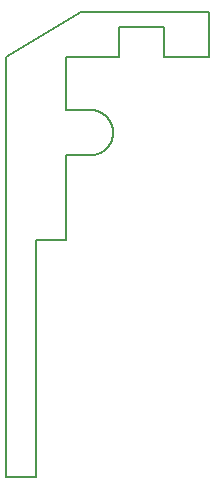
<source format=gbr>
G04 EAGLE Gerber RS-274X export*
G75*
%MOMM*%
%FSLAX34Y34*%
%LPD*%
%INSilkscreen Bottom*%
%IPPOS*%
%AMOC8*
5,1,8,0,0,1.08239X$1,22.5*%
G01*
%ADD10C,0.152400*%


D10*
X63500Y571500D02*
X63500Y215900D01*
X88900Y215900D01*
X88900Y416560D01*
X114300Y416560D01*
X114300Y488950D01*
X114300Y527050D02*
X114300Y571500D01*
X234950Y571500D02*
X234950Y609600D01*
X234950Y571500D02*
X196850Y571500D01*
X196850Y596900D01*
X158750Y596900D01*
X158750Y571500D01*
X114300Y571500D01*
X127000Y609600D02*
X234950Y609600D01*
X127000Y609600D02*
X63500Y571500D01*
X133350Y527050D02*
X133815Y527085D01*
X134281Y527109D01*
X134747Y527121D01*
X135213Y527122D01*
X135679Y527112D01*
X136145Y527090D01*
X136610Y527057D01*
X137074Y527012D01*
X137537Y526956D01*
X137999Y526889D01*
X138458Y526811D01*
X138916Y526721D01*
X139371Y526621D01*
X139824Y526509D01*
X140274Y526386D01*
X140721Y526253D01*
X141164Y526108D01*
X141604Y525953D01*
X142039Y525787D01*
X142471Y525610D01*
X142898Y525424D01*
X143320Y525226D01*
X143738Y525019D01*
X144150Y524801D01*
X144557Y524573D01*
X144958Y524336D01*
X145354Y524088D01*
X145743Y523832D01*
X146126Y523565D01*
X146502Y523290D01*
X146871Y523005D01*
X147234Y522712D01*
X147589Y522410D01*
X147936Y522099D01*
X148276Y521780D01*
X148608Y521452D01*
X148932Y521117D01*
X149248Y520774D01*
X149555Y520423D01*
X149854Y520065D01*
X150143Y519700D01*
X150424Y519327D01*
X150696Y518948D01*
X150958Y518563D01*
X151211Y518171D01*
X151454Y517773D01*
X151687Y517370D01*
X151911Y516960D01*
X152124Y516546D01*
X152328Y516126D01*
X152521Y515702D01*
X152703Y515273D01*
X152875Y514839D01*
X153037Y514402D01*
X153187Y513961D01*
X153327Y513516D01*
X153456Y513068D01*
X153574Y512617D01*
X153681Y512163D01*
X153777Y511707D01*
X153862Y511248D01*
X153936Y510788D01*
X153998Y510326D01*
X154049Y509862D01*
X154089Y509398D01*
X154117Y508932D01*
X154134Y508466D01*
X154140Y508000D01*
X154134Y507534D01*
X154117Y507068D01*
X154089Y506602D01*
X154049Y506138D01*
X153998Y505674D01*
X153936Y505212D01*
X153862Y504752D01*
X153777Y504293D01*
X153681Y503837D01*
X153574Y503383D01*
X153456Y502932D01*
X153327Y502484D01*
X153187Y502039D01*
X153037Y501598D01*
X152875Y501161D01*
X152703Y500727D01*
X152521Y500298D01*
X152328Y499874D01*
X152124Y499454D01*
X151911Y499040D01*
X151687Y498630D01*
X151454Y498227D01*
X151211Y497829D01*
X150958Y497437D01*
X150696Y497052D01*
X150424Y496673D01*
X150143Y496300D01*
X149854Y495935D01*
X149555Y495577D01*
X149248Y495226D01*
X148932Y494883D01*
X148608Y494548D01*
X148276Y494220D01*
X147936Y493901D01*
X147589Y493590D01*
X147234Y493288D01*
X146871Y492995D01*
X146502Y492710D01*
X146126Y492435D01*
X145743Y492168D01*
X145354Y491912D01*
X144958Y491664D01*
X144557Y491427D01*
X144150Y491199D01*
X143738Y490981D01*
X143320Y490774D01*
X142898Y490576D01*
X142471Y490390D01*
X142039Y490213D01*
X141604Y490047D01*
X141164Y489892D01*
X140721Y489747D01*
X140274Y489614D01*
X139824Y489491D01*
X139371Y489379D01*
X138916Y489279D01*
X138458Y489189D01*
X137999Y489111D01*
X137537Y489044D01*
X137074Y488988D01*
X136610Y488943D01*
X136145Y488910D01*
X135679Y488888D01*
X135213Y488878D01*
X134747Y488879D01*
X134281Y488891D01*
X133815Y488915D01*
X133350Y488950D01*
X133350Y527050D02*
X114300Y527050D01*
X114300Y488950D02*
X133350Y488950D01*
M02*

</source>
